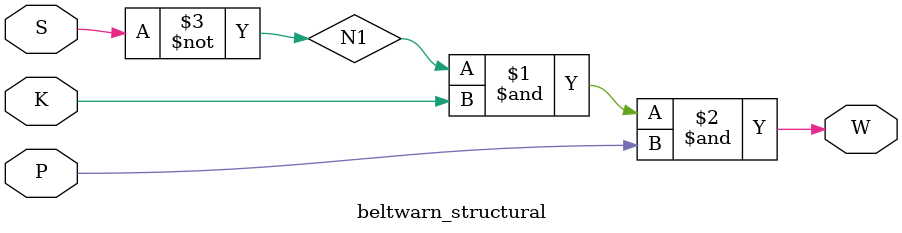
<source format=v>
`timescale 1ns / 1ps
module beltwarn_structural( K, P, S, W);
	input K,P,S;
	output W;

	wire N1;

	not Inverter(N1, S);
	and And(W, N1, K, P);

endmodule

</source>
